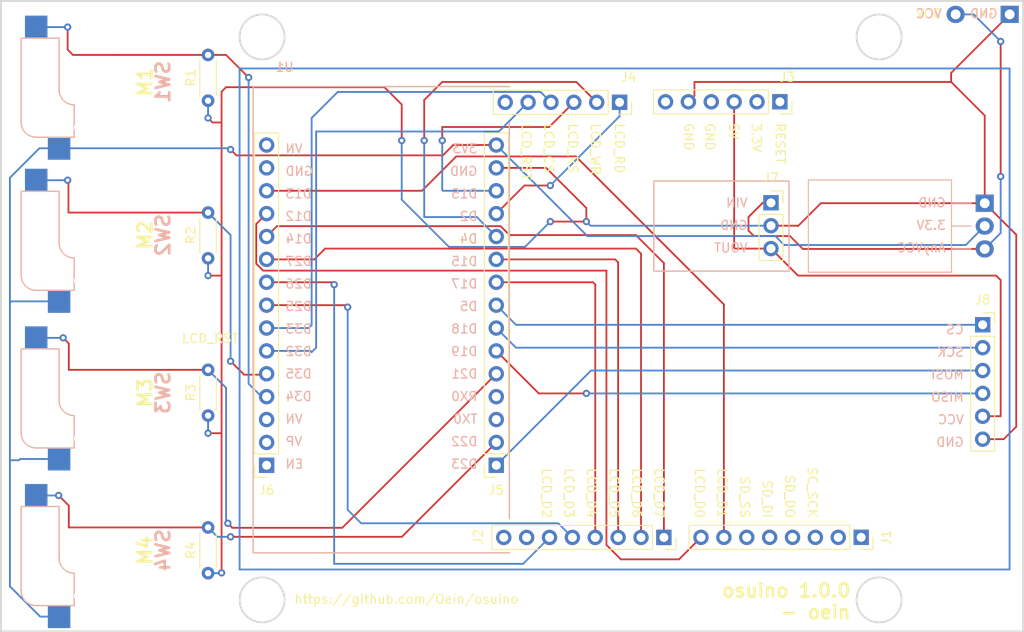
<source format=kicad_pcb>
(kicad_pcb (version 20241229) (generator "pcbnew") (generator_version "9.0")
  (layers (0 "F.Cu" signal) (2 "B.Cu" signal) (13 "F.Paste" user) (15 "B.Paste" user) (5 "F.SilkS" user "F.Silkscreen") (7 "B.SilkS" user "B.Silkscreen") (1 "F.Mask" user) (3 "B.Mask" user) (25 "Edge.Cuts" user))
  (net 0 "")
  (net 1 "Net-(J1-Pin_8)")
  (net 2 "Net-(J1-Pin_7)")
  (net 3 "Net-(J2-Pin_1)")
  (net 5 "Net-(J2-Pin_6)")
  (net 7 "Net-(J2-Pin_2)")
  (net 8 "Net-(J2-Pin_5)")
  (net 14 "Net-(J3-Pin_3)")
  (net 20 "Net-(J4-Pin_4)")
  (net 21 "Net-(J4-Pin_5)")
  (net 22 "Net-(J4-Pin_3)")
  (net 24 "Net-(J4-Pin_2)")
  (net 25 "Net-(J4-Pin_1)")
  (net 27 "Net-(J5-Pin_5)")
  (net 28 "Net-(J5-Pin_2)")
  (net 29 "Net-(J5-Pin_7)")
  (net 30 "Net-(J5-Pin_1)")
  (net 32 "Net-(J5-Pin_15)")
  (net 33 "Net-(J5-Pin_8)")
  (net 34 "Net-(J5-Pin_6)")
  (net 35 "Net-(J6-Pin_4)")
  (net 41 "Net-(J6-Pin_5)")
  (net 42 "VCC")
  (net 43 "Net-(J2-Pin_4)")
  (net 44 "GND")
  (net 45 "Net-(J2-Pin_3)")
  (footprint "Resistor_THT:R_Axial_DIN0204_L3.6mm_D1.6mm_P5.08mm_Horizontal" (layer "F.Cu") (at 113 92.08 90)
    (property "Reference" "R2" (at 2.54 -1.92 90) (layer "F.SilkS"))
    (property "Value" "R")
    (pad "1" thru_hole circle (at 0 0 90) (size 1.4 1.4) (drill 0.7) (layers "*.Cu" "*.Mask") (net 44 "GND"))
    (pad "2" thru_hole oval (at 5.08 0 90) (size 1.4 1.4) (drill 0.7) (layers "*.Cu" "*.Mask") (net 41 "Net-(J6-Pin_5)"))
  )
  (footprint "" (layer "F.Cu") (at 196 65)
    (property "Reference" "" (at 0 0 0) (layer "F.SilkS") (effects (font (size 1.27 1.27))))
    (property "Value" "")
    (pad "3" thru_hole oval (at 0 0 270) (size 1.905 2) (drill 1.1) (layers "*.Cu" "*.Mask") (net 42 "VCC"))
  )
  (footprint "Connector_PinSocket_2.54mm:PinSocket_1x06_P2.54mm_Vertical" (layer "F.Cu") (at 199 99.46)
    (property "Reference" "J8" (at 0 -2.77 0) (layer "F.SilkS"))
    (property "Value" "Conn_01x06_Socket" (hide yes))
    (pad "1" thru_hole rect (at 0 0) (size 1.7 1.7) (drill 1) (layers "*.Cu" "*.Mask") (net 33 "Net-(J5-Pin_8)"))
    (pad "2" thru_hole oval (at 0 2.54) (size 1.7 1.7) (drill 1) (layers "*.Cu" "*.Mask") (net 29 "Net-(J5-Pin_7)"))
    (pad "3" thru_hole oval (at 0 5.08) (size 1.7 1.7) (drill 1) (layers "*.Cu" "*.Mask") (net 30 "Net-(J5-Pin_1)"))
    (pad "4" thru_hole oval (at 0 7.62) (size 1.7 1.7) (drill 1) (layers "*.Cu" "*.Mask") (net 34 "Net-(J5-Pin_6)"))
    (pad "5" thru_hole oval (at 0 10.16) (size 1.7 1.7) (drill 1) (layers "*.Cu" "*.Mask") (net 14 "Net-(J3-Pin_3)"))
    (pad "6" thru_hole oval (at 0 12.7) (size 1.7 1.7) (drill 1) (layers "*.Cu" "*.Mask") (net 44 "GND"))
  )
  (footprint "Connector_PinSocket_2.54mm:PinSocket_1x06_P2.54mm_Vertical" (layer "F.Cu") (at 176.49 74.7 -90)
    (property "Reference" "J3" (at -2.75 -0.82 0) (layer "F.SilkS"))
    (property "Value" "Conn_01x06_Socket" (hide yes))
    (pad "1" thru_hole rect (at 0 0 270) (size 1.7 1.7) (drill 1) (layers "*.Cu" "*.Mask"))
    (pad "2" thru_hole oval (at 0 2.54 270) (size 1.7 1.7) (drill 1) (layers "*.Cu" "*.Mask"))
    (pad "3" thru_hole oval (at 0 5.08 270) (size 1.7 1.7) (drill 1) (layers "*.Cu" "*.Mask") (net 14 "Net-(J3-Pin_3)"))
    (pad "4" thru_hole oval (at 0 7.62 270) (size 1.7 1.7) (drill 1) (layers "*.Cu" "*.Mask"))
    (pad "5" thru_hole oval (at 0 10.16 270) (size 1.7 1.7) (drill 1) (layers "*.Cu" "*.Mask") (net 44 "GND"))
    (pad "6" thru_hole oval (at 0 12.7 270) (size 1.7 1.7) (drill 1) (layers "*.Cu" "*.Mask"))
  )
  (footprint "Connector_PinSocket_2.54mm:PinSocket_1x06_P2.54mm_Vertical" (layer "F.Cu") (at 158.69 74.76 -90)
    (property "Reference" "J4" (at -2.78 -1.01 0) (layer "F.SilkS"))
    (property "Value" "Conn_01x06_Socket" (hide yes))
    (pad "1" thru_hole rect (at 0 0 270) (size 1.7 1.7) (drill 1) (layers "*.Cu" "*.Mask") (net 25 "Net-(J4-Pin_1)"))
    (pad "2" thru_hole oval (at 0 2.54 270) (size 1.7 1.7) (drill 1) (layers "*.Cu" "*.Mask") (net 24 "Net-(J4-Pin_2)"))
    (pad "3" thru_hole oval (at 0 5.08 270) (size 1.7 1.7) (drill 1) (layers "*.Cu" "*.Mask") (net 22 "Net-(J4-Pin_3)"))
    (pad "4" thru_hole oval (at 0 7.62 270) (size 1.7 1.7) (drill 1) (layers "*.Cu" "*.Mask") (net 20 "Net-(J4-Pin_4)"))
    (pad "5" thru_hole oval (at 0 10.16 270) (size 1.7 1.7) (drill 1) (layers "*.Cu" "*.Mask") (net 21 "Net-(J4-Pin_5)"))
    (pad "6" thru_hole oval (at 0 12.7 270) (size 1.7 1.7) (drill 1) (layers "*.Cu" "*.Mask"))
  )
  (footprint "Resistor_THT:R_Axial_DIN0204_L3.6mm_D1.6mm_P5.08mm_Horizontal" (layer "F.Cu") (at 113 109.54 90)
    (property "Reference" "R3" (at 2.54 -1.92 90) (layer "F.SilkS"))
    (property "Value" "R")
    (pad "1" thru_hole circle (at 0 0 90) (size 1.4 1.4) (drill 0.7) (layers "*.Cu" "*.Mask") (net 44 "GND"))
    (pad "2" thru_hole oval (at 5.08 0 90) (size 1.4 1.4) (drill 0.7) (layers "*.Cu" "*.Mask") (net 27 "Net-(J5-Pin_5)"))
  )
  (footprint "Resistor_THT:R_Axial_DIN0204_L3.6mm_D1.6mm_P5.08mm_Horizontal" (layer "F.Cu") (at 113 127.04 90)
    (property "Reference" "R4" (at 2.54 -1.92 90) (layer "F.SilkS"))
    (property "Value" "R")
    (pad "1" thru_hole circle (at 0 0 90) (size 1.4 1.4) (drill 0.7) (layers "*.Cu" "*.Mask") (net 44 "GND"))
    (pad "2" thru_hole oval (at 5.08 0 90) (size 1.4 1.4) (drill 0.7) (layers "*.Cu" "*.Mask") (net 28 "Net-(J5-Pin_2)"))
  )
  (footprint "Connector_PinSocket_2.54mm:PinSocket_1x08_P2.54mm_Vertical" (layer "F.Cu") (at 185.51 123.06 -90)
    (property "Reference" "J1" (at 0 -2.77 90) (layer "F.SilkS"))
    (property "Value" "Conn_01x08_Socket" (hide yes))
    (pad "1" thru_hole rect (at 0 0 270) (size 1.7 1.7) (drill 1) (layers "*.Cu" "*.Mask"))
    (pad "2" thru_hole oval (at 0 2.54 270) (size 1.7 1.7) (drill 1) (layers "*.Cu" "*.Mask"))
    (pad "3" thru_hole oval (at 0 5.08 270) (size 1.7 1.7) (drill 1) (layers "*.Cu" "*.Mask"))
    (pad "4" thru_hole oval (at 0 7.62 270) (size 1.7 1.7) (drill 1) (layers "*.Cu" "*.Mask"))
    (pad "5" thru_hole oval (at 0 10.16 270) (size 1.7 1.7) (drill 1) (layers "*.Cu" "*.Mask"))
    (pad "6" thru_hole oval (at 0 12.7 270) (size 1.7 1.7) (drill 1) (layers "*.Cu" "*.Mask"))
    (pad "7" thru_hole oval (at 0 15.24 270) (size 1.7 1.7) (drill 1) (layers "*.Cu" "*.Mask") (net 2 "Net-(J1-Pin_7)"))
    (pad "8" thru_hole oval (at 0 17.78 270) (size 1.7 1.7) (drill 1) (layers "*.Cu" "*.Mask") (net 1 "Net-(J1-Pin_8)"))
  )
  (footprint "" (layer "F.Cu") (at 202 65)
    (property "Reference" "" (at 0 0 0) (layer "F.SilkS") (effects (font (size 1.27 1.27))))
    (property "Value" "")
    (pad "1" thru_hole rect (at 0 0 270) (size 1.905 2) (drill 1.1) (layers "*.Cu" "*.Mask") (net 44 "GND"))
  )
  (footprint "Connector_PinSocket_2.54mm:PinSocket_1x15_P2.54mm_Vertical" (layer "F.Cu") (at 145 115.06 180)
    (property "Reference" "J5" (at 0 -2.77 0) (layer "F.SilkS"))
    (property "Value" "Conn_01x15_Socket" (hide yes))
    (pad "1" thru_hole rect (at 0 0 180) (size 1.7 1.7) (drill 1) (layers "*.Cu" "*.Mask") (net 30 "Net-(J5-Pin_1)"))
    (pad "2" thru_hole oval (at 0 2.54 180) (size 1.7 1.7) (drill 1) (layers "*.Cu" "*.Mask") (net 28 "Net-(J5-Pin_2)"))
    (pad "3" thru_hole oval (at 0 5.08 180) (size 1.7 1.7) (drill 1) (layers "*.Cu" "*.Mask"))
    (pad "4" thru_hole oval (at 0 7.62 180) (size 1.7 1.7) (drill 1) (layers "*.Cu" "*.Mask"))
    (pad "5" thru_hole oval (at 0 10.16 180) (size 1.7 1.7) (drill 1) (layers "*.Cu" "*.Mask") (net 27 "Net-(J5-Pin_5)"))
    (pad "6" thru_hole oval (at 0 12.7 180) (size 1.7 1.7) (drill 1) (layers "*.Cu" "*.Mask") (net 34 "Net-(J5-Pin_6)"))
    (pad "7" thru_hole oval (at 0 15.24 180) (size 1.7 1.7) (drill 1) (layers "*.Cu" "*.Mask") (net 29 "Net-(J5-Pin_7)"))
    (pad "8" thru_hole oval (at 0 17.78 180) (size 1.7 1.7) (drill 1) (layers "*.Cu" "*.Mask") (net 33 "Net-(J5-Pin_8)"))
    (pad "9" thru_hole oval (at 0 20.32 180) (size 1.7 1.7) (drill 1) (layers "*.Cu" "*.Mask") (net 43 "Net-(J2-Pin_4)"))
    (pad "10" thru_hole oval (at 0 22.86 180) (size 1.7 1.7) (drill 1) (layers "*.Cu" "*.Mask") (net 45 "Net-(J2-Pin_3)"))
    (pad "11" thru_hole oval (at 0 25.4 180) (size 1.7 1.7) (drill 1) (layers "*.Cu" "*.Mask") (net 24 "Net-(J4-Pin_2)"))
    (pad "12" thru_hole oval (at 0 27.94 180) (size 1.7 1.7) (drill 1) (layers "*.Cu" "*.Mask") (net 25 "Net-(J4-Pin_1)"))
    (pad "13" thru_hole oval (at 0 30.48 180) (size 1.7 1.7) (drill 1) (layers "*.Cu" "*.Mask") (net 22 "Net-(J4-Pin_3)"))
    (pad "14" thru_hole oval (at 0 33.02 180) (size 1.7 1.7) (drill 1) (layers "*.Cu" "*.Mask") (net 44 "GND"))
    (pad "15" thru_hole oval (at 0 35.56 180) (size 1.7 1.7) (drill 1) (layers "*.Cu" "*.Mask") (net 32 "Net-(J5-Pin_15)"))
  )
  (footprint "Resistor_THT:R_Axial_DIN0204_L3.6mm_D1.6mm_P5.08mm_Horizontal" (layer "F.Cu") (at 113 74.58 90)
    (property "Reference" "R1" (at 2.54 -1.92 90) (layer "F.SilkS"))
    (property "Value" "R")
    (pad "1" thru_hole circle (at 0 0 90) (size 1.4 1.4) (drill 0.7) (layers "*.Cu" "*.Mask") (net 44 "GND"))
    (pad "2" thru_hole oval (at 5.08 0 90) (size 1.4 1.4) (drill 0.7) (layers "*.Cu" "*.Mask") (net 35 "Net-(J6-Pin_4)"))
  )
  (footprint "Connector_PinSocket_2.54mm:PinSocket_1x03_P2.54mm_Vertical" (layer "F.Cu") (at 175.5 85.92)
    (property "Reference" "J7" (at 0 -2.77 0) (layer "F.SilkS"))
    (property "Value" "Conn_01x03_Socket" (hide yes))
    (pad "1" thru_hole rect (at 0 0) (size 1.7 1.7) (drill 1) (layers "*.Cu" "*.Mask") (net 42 "VCC"))
    (pad "2" thru_hole oval (at 0 2.54) (size 1.7 1.7) (drill 1) (layers "*.Cu" "*.Mask") (net 44 "GND"))
    (pad "3" thru_hole oval (at 0 5.08) (size 1.7 1.7) (drill 1) (layers "*.Cu" "*.Mask") (net 14 "Net-(J3-Pin_3)"))
  )
  (footprint "Connector_PinSocket_2.54mm:PinSocket_1x15_P2.54mm_Vertical" (layer "F.Cu") (at 119.5 115.06 180)
    (property "Reference" "J6" (at 0 -2.77 0) (layer "F.SilkS"))
    (property "Value" "Conn_01x15_Socket" (hide yes))
    (pad "1" thru_hole rect (at 0 0 180) (size 1.7 1.7) (drill 1) (layers "*.Cu" "*.Mask"))
    (pad "2" thru_hole oval (at 0 2.54 180) (size 1.7 1.7) (drill 1) (layers "*.Cu" "*.Mask"))
    (pad "3" thru_hole oval (at 0 5.08 180) (size 1.7 1.7) (drill 1) (layers "*.Cu" "*.Mask"))
    (pad "4" thru_hole oval (at 0 7.62 180) (size 1.7 1.7) (drill 1) (layers "*.Cu" "*.Mask") (net 35 "Net-(J6-Pin_4)"))
    (pad "5" thru_hole oval (at 0 10.16 180) (size 1.7 1.7) (drill 1) (layers "*.Cu" "*.Mask") (net 41 "Net-(J6-Pin_5)"))
    (pad "6" thru_hole oval (at 0 12.7 180) (size 1.7 1.7) (drill 1) (layers "*.Cu" "*.Mask") (net 21 "Net-(J4-Pin_5)"))
    (pad "7" thru_hole oval (at 0 15.24 180) (size 1.7 1.7) (drill 1) (layers "*.Cu" "*.Mask") (net 20 "Net-(J4-Pin_4)"))
    (pad "8" thru_hole oval (at 0 17.78 180) (size 1.7 1.7) (drill 1) (layers "*.Cu" "*.Mask") (net 8 "Net-(J2-Pin_5)"))
    (pad "9" thru_hole oval (at 0 20.32 180) (size 1.7 1.7) (drill 1) (layers "*.Cu" "*.Mask") (net 5 "Net-(J2-Pin_6)"))
    (pad "10" thru_hole oval (at 0 22.86 180) (size 1.7 1.7) (drill 1) (layers "*.Cu" "*.Mask") (net 7 "Net-(J2-Pin_2)"))
    (pad "11" thru_hole oval (at 0 25.4 180) (size 1.7 1.7) (drill 1) (layers "*.Cu" "*.Mask") (net 3 "Net-(J2-Pin_1)"))
    (pad "12" thru_hole oval (at 0 27.94 180) (size 1.7 1.7) (drill 1) (layers "*.Cu" "*.Mask") (net 1 "Net-(J1-Pin_8)"))
    (pad "13" thru_hole oval (at 0 30.48 180) (size 1.7 1.7) (drill 1) (layers "*.Cu" "*.Mask") (net 2 "Net-(J1-Pin_7)"))
    (pad "14" thru_hole oval (at 0 33.02 180) (size 1.7 1.7) (drill 1) (layers "*.Cu" "*.Mask"))
    (pad "15" thru_hole oval (at 0 35.56 180) (size 1.7 1.7) (drill 1) (layers "*.Cu" "*.Mask"))
  )
  (footprint "Connector_PinSocket_2.54mm:PinSocket_1x08_P2.54mm_Vertical" (layer "F.Cu") (at 163.61 123.07 -90)
    (property "Reference" "J2" (at -0.07 20.61 90) (layer "F.SilkS"))
    (property "Value" "Conn_01x08_Socket" (hide yes))
    (pad "1" thru_hole rect (at 0 0 270) (size 1.7 1.7) (drill 1) (layers "*.Cu" "*.Mask") (net 3 "Net-(J2-Pin_1)"))
    (pad "2" thru_hole oval (at 0 2.54 270) (size 1.7 1.7) (drill 1) (layers "*.Cu" "*.Mask") (net 7 "Net-(J2-Pin_2)"))
    (pad "3" thru_hole oval (at 0 5.08 270) (size 1.7 1.7) (drill 1) (layers "*.Cu" "*.Mask") (net 45 "Net-(J2-Pin_3)"))
    (pad "4" thru_hole oval (at 0 7.62 270) (size 1.7 1.7) (drill 1) (layers "*.Cu" "*.Mask") (net 43 "Net-(J2-Pin_4)"))
    (pad "5" thru_hole oval (at 0 10.16 270) (size 1.7 1.7) (drill 1) (layers "*.Cu" "*.Mask") (net 8 "Net-(J2-Pin_5)"))
    (pad "6" thru_hole oval (at 0 12.7 270) (size 1.7 1.7) (drill 1) (layers "*.Cu" "*.Mask") (net 5 "Net-(J2-Pin_6)"))
    (pad "7" thru_hole oval (at 0 15.24 270) (size 1.7 1.7) (drill 1) (layers "*.Cu" "*.Mask"))
    (pad "8" thru_hole oval (at 0 17.78 270) (size 1.7 1.7) (drill 1) (layers "*.Cu" "*.Mask"))
  )
  (footprint "Package_TO_SOT_THT:TO-220-3_Horizontal_TabDown" (layer "B.Cu") (at 199.23 85.96 -90)
    (property "Reference" "U1" (at -15.11 77.73 180) (layer "B.SilkS") (effects (justify mirror)))
    (property "Value" "LM1117T-3.3(DIP)" (hide yes))
    (pad "" np_thru_hole circle (at 2.54 16.66 270) (size 3.5 3.5) (drill 3.5) (layers "*.Cu" "*.Mask"))
    (pad "1" thru_hole rect (at 0 0 270) (size 1.905 2) (drill 1.1) (layers "*.Cu" "*.Mask") (net 44 "GND"))
    (pad "2" thru_hole oval (at 2.54 0 270) (size 1.905 2) (drill 1.1) (layers "*.Cu" "*.Mask") (net 32 "Net-(J5-Pin_15)"))
    (pad "3" thru_hole oval (at 5.08 0 270) (size 1.905 2) (drill 1.1) (layers "*.Cu" "*.Mask") (net 42 "VCC"))
  )
  (footprint "Kahil:Kailh_MX_Socket" (layer "B.Cu") (at 99 89.5 -90)
    (property "Reference" "SW2" (at 0 -9 90) (layer "B.SilkS") (effects (font (size 1.524 1.524) (thickness 0.3048)) (justify mirror)))
    (property "Value" "M2" (at 0 -7 90) (layer "F.SilkS") (effects (font (size 1.524 1.524) (thickness 0.3048))))
    (pad "" np_thru_hole circle (at -5.08 0 270) (size 1.7 1.7) (drill 1.7) (layers "*.Cu" "*.Mask"))
    (pad "" np_thru_hole circle (at -2.54 5.08 270) (size 2.95 2.95) (drill 2.95) (layers "*.Cu" "*.Mask"))
    (pad "" np_thru_hole circle (at 0 0 270) (size 3.98018 3.98018) (drill 3.98018) (layers "*.Cu" "*.Mask"))
    (pad "" np_thru_hole circle (at 3.81 2.54 270) (size 2.95 2.95) (drill 2.95) (layers "*.Cu" "*.Mask"))
    (pad "" np_thru_hole circle (at 5.08 0 270) (size 1.7 1.7) (drill 1.7) (layers "*.Cu" "*.Mask"))
    (pad "1" smd rect (at 7.36 2.54 270) (size 2.55 2.5) (layers "B.Cu" "B.Mask" "B.Paste") (net 42 "VCC"))
    (pad "2" smd rect (at -6.09 5.08 270) (size 2.55 2.5) (layers "B.Cu" "B.Mask" "B.Paste") (net 41 "Net-(J6-Pin_5)"))
  )
  (footprint "Kahil:Kailh_MX_Socket" (layer "B.Cu") (at 99 72.5 -90)
    (property "Reference" "SW1" (at 0 -9 90) (layer "B.SilkS") (effects (font (size 1.524 1.524) (thickness 0.3048)) (justify mirror)))
    (property "Value" "M1" (at 0 -7 90) (layer "F.SilkS") (effects (font (size 1.524 1.524) (thickness 0.3048))))
    (pad "" np_thru_hole circle (at -5.08 0 270) (size 1.7 1.7) (drill 1.7) (layers "*.Cu" "*.Mask"))
    (pad "" np_thru_hole circle (at -2.54 5.08 270) (size 2.95 2.95) (drill 2.95) (layers "*.Cu" "*.Mask"))
    (pad "" np_thru_hole circle (at 0 0 270) (size 3.98018 3.98018) (drill 3.98018) (layers "*.Cu" "*.Mask"))
    (pad "" np_thru_hole circle (at 3.81 2.54 270) (size 2.95 2.95) (drill 2.95) (layers "*.Cu" "*.Mask"))
    (pad "" np_thru_hole circle (at 5.08 0 270) (size 1.7 1.7) (drill 1.7) (layers "*.Cu" "*.Mask"))
    (pad "1" smd rect (at 7.36 2.54 270) (size 2.55 2.5) (layers "B.Cu" "B.Mask" "B.Paste") (net 42 "VCC"))
    (pad "2" smd rect (at -6.09 5.08 270) (size 2.55 2.5) (layers "B.Cu" "B.Mask" "B.Paste") (net 35 "Net-(J6-Pin_4)"))
  )
  (footprint "Kahil:Kailh_MX_Socket" (layer "B.Cu") (at 99 107 -90)
    (property "Reference" "SW3" (at 0 -9 90) (layer "B.SilkS") (effects (font (size 1.524 1.524) (thickness 0.3048)) (justify mirror)))
    (property "Value" "M3" (at 0 -7 90) (layer "F.SilkS") (effects (font (size 1.524 1.524) (thickness 0.3048))))
    (pad "" np_thru_hole circle (at -5.08 0 270) (size 1.7 1.7) (drill 1.7) (layers "*.Cu" "*.Mask"))
    (pad "" np_thru_hole circle (at -2.54 5.08 270) (size 2.95 2.95) (drill 2.95) (layers "*.Cu" "*.Mask"))
    (pad "" np_thru_hole circle (at 0 0 270) (size 3.98018 3.98018) (drill 3.98018) (layers "*.Cu" "*.Mask"))
    (pad "" np_thru_hole circle (at 3.81 2.54 270) (size 2.95 2.95) (drill 2.95) (layers "*.Cu" "*.Mask"))
    (pad "" np_thru_hole circle (at 5.08 0 270) (size 1.7 1.7) (drill 1.7) (layers "*.Cu" "*.Mask"))
    (pad "1" smd rect (at 7.36 2.54 270) (size 2.55 2.5) (layers "B.Cu" "B.Mask" "B.Paste") (net 42 "VCC"))
    (pad "2" smd rect (at -6.09 5.08 270) (size 2.55 2.5) (layers "B.Cu" "B.Mask" "B.Paste") (net 27 "Net-(J5-Pin_5)"))
  )
  (footprint "Kahil:Kailh_MX_Socket" (layer "B.Cu") (at 99 124.5 -90)
    (property "Reference" "SW4" (at 0 -9 90) (layer "B.SilkS") (effects (font (size 1.524 1.524) (thickness 0.3048)) (justify mirror)))
    (property "Value" "M4" (at 0 -7 90) (layer "F.SilkS") (effects (font (size 1.524 1.524) (thickness 0.3048))))
    (pad "" np_thru_hole circle (at -5.08 0 270) (size 1.7 1.7) (drill 1.7) (layers "*.Cu" "*.Mask"))
    (pad "" np_thru_hole circle (at -2.54 5.08 270) (size 2.95 2.95) (drill 2.95) (layers "*.Cu" "*.Mask"))
    (pad "" np_thru_hole circle (at 0 0 270) (size 3.98018 3.98018) (drill 3.98018) (layers "*.Cu" "*.Mask"))
    (pad "" np_thru_hole circle (at 3.81 2.54 270) (size 2.95 2.95) (drill 2.95) (layers "*.Cu" "*.Mask"))
    (pad "" np_thru_hole circle (at 5.08 0 270) (size 1.7 1.7) (drill 1.7) (layers "*.Cu" "*.Mask"))
    (pad "1" smd rect (at 7.36 2.54 270) (size 2.55 2.5) (layers "B.Cu" "B.Mask" "B.Paste") (net 42 "VCC"))
    (pad "2" smd rect (at -6.09 5.08 270) (size 2.55 2.5) (layers "B.Cu" "B.Mask" "B.Paste") (net 28 "Net-(J5-Pin_2)"))
  )
  (gr_rect (start 116.5 71) (end 201.99 126.63) (stroke (width 0.2)) (fill no) (layer "B.Cu") (net 32))
  (gr_rect (start 162.5 83.5) (end 177.5 93.5) (stroke (width 0.15)) (fill no) (layer "B.SilkS"))
  (gr_line (start 118 73.01) (end 146.45 73.01) (stroke (width 0.15)) (layer "B.SilkS"))
  (gr_line (start 146.45 124.78) (end 118 124.78) (stroke (width 0.15)) (layer "B.SilkS"))
  (gr_line (start 118 124.78) (end 118 73.01) (stroke (width 0.15)) (layer "B.SilkS"))
  (gr_line (start 146.45 77) (end 146.45 121) (stroke (width 0.15)) (layer "B.SilkS"))
  (gr_circle (center 119 67.5) (end 121.5 67.5) (stroke (width 0.2)) (fill no) (layer "Edge.Cuts"))
  (gr_rect (start 90 63.5) (end 203.5 133.5) (stroke (width 0.2)) (fill no) (layer "Edge.Cuts"))
  (gr_circle (center 187.5 67.5) (end 190 67.5) (stroke (width 0.2)) (fill no) (layer "Edge.Cuts"))
  (gr_circle (center 119 130) (end 121.5 130) (stroke (width 0.2)) (fill no) (layer "Edge.Cuts"))
  (gr_circle (center 187.5 130) (end 190 130) (stroke (width 0.2)) (fill no) (layer "Edge.Cuts"))
  (gr_text "5V" (at 170.78 76.97 270) (layer "F.SilkS") (effects (font (size 1 1)) (justify left bottom)))
  (gr_text "GND" (at 197.5 65.5 0) (layer "F.SilkS") (effects (font (size 1 1)) (justify left bottom)))
  (gr_text "SC_SCK" (at 179.5 121 270) (layer "F.SilkS") (effects (font (size 1 1)) (justify right bottom)))
  (gr_text "SD_SS" (at 172 121 270) (layer "F.SilkS") (effects (font (size 1 1)) (justify right bottom)))
  (gr_text "LCD_RST" (at 147.75 77 270) (layer "F.SilkS") (effects (font (size 1 1)) (justify left bottom)))
  (gr_text "GND" (at 168.13 76.97 270) (layer "F.SilkS") (effects (font (size 1 1)) (justify left bottom)))
  (gr_text "LCD_D5" (at 157.5 121 270) (layer "F.SilkS") (effects (font (size 1 1)) (justify right bottom)))
  (gr_text "LCD_D2" (at 150 121 270) (layer "F.SilkS") (effects (font (size 1 1)) (justify right bottom)))
  (gr_text "https://github.com/Oein/osuino" (at 122.5 130.5 0) (layer "F.SilkS") (effects (font (size 1 1)) (justify left bottom)))
  (gr_text "LCD_D1" (at 169.5 121 270) (layer "F.SilkS") (effects (font (size 1 1)) (justify right bottom)))
  (gr_text "LCD_RST" (at 110 101.56 0) (layer "F.SilkS") (effects (font (size 1 1)) (justify left bottom)))
  (gr_text "GND" (at 165.8 76.97 270) (layer "F.SilkS") (effects (font (size 1 1)) (justify left bottom)))
  (gr_text "VCC" (at 191.5 65.5 0) (layer "F.SilkS") (effects (font (size 1 1)) (justify left bottom)))
  (gr_text "LCD_D6" (at 160 121 270) (layer "F.SilkS") (effects (font (size 1 1)) (justify right bottom)))
  (gr_text "LCD_D0" (at 167 121 270) (layer "F.SilkS") (effects (font (size 1 1)) (justify right bottom)))
  (gr_text "LCD_D4" (at 155 121 270) (layer "F.SilkS") (effects (font (size 1 1)) (justify right bottom)))
  (gr_text "LCD_WR" (at 155.44 77 270) (layer "F.SilkS") (effects (font (size 1 1)) (justify left bottom)))
  (gr_text "osuino 1.0.0\n- oein" (at 184.5 132.25 0) (layer "F.SilkS") (effects (font (size 1.5 1.5) (thickness 0.3) (bold yes)) (justify right bottom)))
  (gr_text "LCD_RD" (at 158.09 77 270) (layer "F.SilkS") (effects (font (size 1 1)) (justify left bottom)))
  (gr_text "RESET" (at 175.95 76.97 270) (layer "F.SilkS") (effects (font (size 1 1)) (justify left bottom)))
  (gr_text "LCD_D3" (at 152.5 121 270) (layer "F.SilkS") (effects (font (size 1 1)) (justify right bottom)))
  (gr_text "LCD_RS" (at 152.92 77 270) (layer "F.SilkS") (effects (font (size 1 1)) (justify left bottom)))
  (gr_text "SD_DO" (at 177 121 270) (layer "F.SilkS") (effects (font (size 1 1)) (justify right bottom)))
  (gr_text "LCD_CS" (at 150.27 77 270) (layer "F.SilkS") (effects (font (size 1 1)) (justify left bottom)))
  (gr_text "SD_DI" (at 174.5 121 270) (layer "F.SilkS") (effects (font (size 1 1)) (justify right bottom)))
  (gr_text "3.3V" (at 173.3 76.97 270) (layer "F.SilkS") (effects (font (size 1 1)) (justify left bottom)))
  (gr_text "LCD_D7" (at 162.5 121 270) (layer "F.SilkS") (effects (font (size 1 1)) (justify right bottom)))
  (gr_text "D14" (at 121.5 90.5 0) (layer "B.SilkS") (effects (font (size 1 1)) (justify right bottom mirror)))
  (gr_text "GND" (at 197 113.08 0) (layer "B.SilkS") (effects (font (size 1 1)) (justify left bottom mirror)))
  (gr_text "D35" (at 121.5 105.5 0) (layer "B.SilkS") (effects (font (size 1 1)) (justify right bottom mirror)))
  (gr_text "SCK" (at 197 103.08 0) (layer "B.SilkS") (effects (font (size 1 1)) (justify left bottom mirror)))
  (gr_text "D27" (at 121.5 93 0) (layer "B.SilkS") (effects (font (size 1 1)) (justify right bottom mirror)))
  (gr_text "D34" (at 121.5 108 0) (layer "B.SilkS") (effects (font (size 1 1)) (justify right bottom mirror)))
  (gr_text "D12" (at 121.5 88 0) (layer "B.SilkS") (effects (font (size 1 1)) (justify right bottom mirror)))
  (gr_text "VOUT" (at 173 91.5 0) (layer "B.SilkS") (effects (font (size 1 1)) (justify left bottom mirror)))
  (gr_text "D18" (at 143 100.5 0) (layer "B.SilkS") (effects (font (size 1 1)) (justify left bottom mirror)))
  (gr_text "D26" (at 121.5 95.5 0) (layer "B.SilkS") (effects (font (size 1 1)) (justify right bottom mirror)))
  (gr_text "AnyVCC" (at 195 91.5 0) (layer "B.SilkS") (effects (font (size 1 1)) (justify left bottom mirror)))
  (gr_text "D33" (at 121.5 100.5 0) (layer "B.SilkS") (effects (font (size 1 1)) (justify right bottom mirror)))
  (gr_text "VCC" (at 197 110.58 0) (layer "B.SilkS") (effects (font (size 1 1)) (justify left bottom mirror)))
  (gr_text "MISO" (at 197 108.08 0) (layer "B.SilkS") (effects (font (size 1 1)) (justify left bottom mirror)))
  (gr_text "VN" (at 121.5 80.5 0) (layer "B.SilkS") (effects (font (size 1 1)) (justify right bottom mirror)))
  (gr_text "D17" (at 143 95.5 0) (layer "B.SilkS") (effects (font (size 1 1)) (justify left bottom mirror)))
  (gr_text "D15" (at 143 85.5 0) (layer "B.SilkS") (effects (font (size 1 1)) (justify left bottom mirror)))
  (gr_text "TX0" (at 143 110.5 0) (layer "B.SilkS") (effects (font (size 1 1)) (justify left bottom mirror)))
  (gr_text "GND" (at 121.5 83 0) (layer "B.SilkS") (effects (font (size 1 1)) (justify right bottom mirror)))
  (gr_text "GND" (at 143 83 0) (layer "B.SilkS") (effects (font (size 1 1)) (justify left bottom mirror)))
  (gr_text "GND" (at 197.5 65.5 0) (layer "B.SilkS") (effects (font (size 1 1)) (justify right bottom mirror)))
  (gr_text "RX0" (at 143 108 0) (layer "B.SilkS") (effects (font (size 1 1)) (justify left bottom mirror)))
  (gr_text "D19" (at 143 103 0) (layer "B.SilkS") (effects (font (size 1 1)) (justify left bottom mirror)))
  (gr_text "VN" (at 121.5 110.5 0) (layer "B.SilkS") (effects (font (size 1 1)) (justify right bottom mirror)))
  (gr_text "D15" (at 143 93 0) (layer "B.SilkS") (effects (font (size 1 1)) (justify left bottom mirror)))
  (gr_text "D32" (at 121.5 103 0) (layer "B.SilkS") (effects (font (size 1 1)) (justify right bottom mirror)))
  (gr_text "D5" (at 143 98 0) (layer "B.SilkS") (effects (font (size 1 1)) (justify left bottom mirror)))
  (gr_text "D23" (at 143 115.5 0) (layer "B.SilkS") (effects (font (size 1 1)) (justify left bottom mirror)))
  (gr_text "EN" (at 121.5 115.5 0) (layer "B.SilkS") (effects (font (size 1 1)) (justify right bottom mirror)))
  (gr_text "CS" (at 197 100.58 0) (layer "B.SilkS") (effects (font (size 1 1)) (justify left bottom mirror)))
  (gr_text "GND" (at 173 89 0) (layer "B.SilkS") (effects (font (size 1 1)) (justify left bottom mirror)))
  (gr_text "D22" (at 143 113 0) (layer "B.SilkS") (effects (font (size 1 1)) (justify left bottom mirror)))
  (gr_text "VIN" (at 173 86.5 0) (layer "B.SilkS") (effects (font (size 1 1)) (justify left bottom mirror)))
  (gr_text "D13" (at 121.5 85.5 0) (layer "B.SilkS") (effects (font (size 1 1)) (justify right bottom mirror)))
  (gr_text "D25" (at 121.5 98 0) (layer "B.SilkS") (effects (font (size 1 1)) (justify right bottom mirror)))
  (gr_text "D4" (at 143 90.5 0) (layer "B.SilkS") (effects (font (size 1 1)) (justify left bottom mirror)))
  (gr_text "3.3V" (at 195 89 0) (layer "B.SilkS") (effects (font (size 1 1)) (justify left bottom mirror)))
  (gr_text "D2" (at 143 88 0) (layer "B.SilkS") (effects (font (size 1 1)) (justify left bottom mirror)))
  (gr_text "VCC" (at 191.5 65.5 0) (layer "B.SilkS") (effects (font (size 1 1)) (justify right bottom mirror)))
  (gr_text "GND" (at 195 86.5 0) (layer "B.SilkS") (effects (font (size 1 1)) (justify left bottom mirror)))
  (gr_text "D21" (at 143 105.5 0) (layer "B.SilkS") (effects (font (size 1 1)) (justify left bottom mirror)))
  (gr_text "3V3" (at 143 80.5 0) (layer "B.SilkS") (effects (font (size 1 1)) (justify left bottom mirror)))
  (gr_text "MOSI" (at 197 105.58 0) (layer "B.SilkS") (effects (font (size 1 1)) (justify left bottom mirror)))
  (gr_text "VP" (at 121.5 113 0) (layer "B.SilkS") (effects (font (size 1 1)) (justify right bottom mirror)))
  (segment (start 118.349 92.67676) (end 118.349 88.271) (width 0.2) (layer "F.Cu") (net 1))
  (segment (start 158.83 125.5) (end 157.23 123.9) (width 0.2) (layer "F.Cu") (net 1))
  (segment (start 119.11834 93.4461) (end 118.349 92.67676) (width 0.2) (layer "F.Cu") (net 1))
  (segment (start 157.23 93.4461) (end 119.11834 93.4461) (width 0.2) (layer "F.Cu") (net 1))
  (segment (start 167.73 123.06) (end 165.29 125.5) (width 0.2) (layer "F.Cu") (net 1))
  (segment (start 118.349 88.271) (end 119.5 87.12) (width 0.2) (layer "F.Cu") (net 1))
  (segment (start 157.23 123.9) (end 157.23 93.4461) (width 0.2) (layer "F.Cu") (net 1))
  (segment (start 165.29 125.5) (end 158.83 125.5) (width 0.2) (layer "F.Cu") (net 1))
  (segment (start 170.27 123.06) (end 170.27 97.2029) (width 0.2) (layer "F.Cu") (net 2))
  (segment (start 140.56 80.77) (end 136.75 84.58) (width 0.2) (layer "F.Cu") (net 2))
  (segment (start 153.8371 80.77) (end 140.56 80.77) (width 0.2) (layer "F.Cu") (net 2))
  (segment (start 170.27 97.2029) (end 153.8371 80.77) (width 0.2) (layer "F.Cu") (net 2))
  (segment (start 136.75 84.58) (end 119.5 84.58) (width 0.2) (layer "F.Cu") (net 2))
  (segment (start 120.651 88.509) (end 119.5 89.66) (width 0.2) (layer "F.Cu") (net 3))
  (segment (start 163.61 123.07) (end 163.61 92.61) (width 0.2) (layer "F.Cu") (net 3))
  (segment (start 146.46776 89.5) (end 145.47676 88.509) (width 0.2) (layer "F.Cu") (net 3))
  (segment (start 160.5 89.5) (end 146.46776 89.5) (width 0.2) (layer "F.Cu") (net 3))
  (segment (start 163.61 92.61) (end 160.5 89.5) (width 0.2) (layer "F.Cu") (net 3))
  (segment (start 145.47676 88.509) (end 120.651 88.509) (width 0.2) (layer "F.Cu") (net 3))
  (segment (start 126.74 94.74) (end 119.5 94.74) (width 0.2) (layer "F.Cu") (net 5))
  (segment (start 127 95) (end 126.74 94.74) (width 0.2) (layer "F.Cu") (net 5))
  (via (at 127 95) (size 0.8) (drill 0.4) (layers "F.Cu" "B.Cu") (net 5))
  (segment (start 147.98 126) (end 127 126) (width 0.2) (layer "B.Cu") (net 5))
  (segment (start 150.91 123.07) (end 147.98 126) (width 0.2) (layer "B.Cu") (net 5))
  (segment (start 127 126) (end 127 95) (width 0.2) (layer "B.Cu") (net 5))
  (segment (start 160.5 91) (end 161.07 91.57) (width 0.2) (layer "F.Cu") (net 7))
  (segment (start 126 91) (end 160.5 91) (width 0.2) (layer "F.Cu") (net 7))
  (segment (start 119.5 92.2) (end 124.8 92.2) (width 0.2) (layer "F.Cu") (net 7))
  (segment (start 161.07 91.57) (end 161.07 123.07) (width 0.2) (layer "F.Cu") (net 7))
  (segment (start 124.8 92.2) (end 126 91) (width 0.2) (layer "F.Cu") (net 7))
  (segment (start 128.5 97.5) (end 128.28 97.28) (width 0.2) (layer "F.Cu") (net 8))
  (segment (start 128.28 97.28) (end 119.5 97.28) (width 0.2) (layer "F.Cu") (net 8))
  (via (at 128.5 97.5) (size 0.8) (drill 0.4) (layers "F.Cu" "B.Cu") (net 8))
  (segment (start 153.45 123.07) (end 151.88 121.5) (width 0.2) (layer "B.Cu") (net 8))
  (segment (start 131.5 121.5) (end 130 121.5) (width 0.2) (layer "B.Cu") (net 8))
  (segment (start 130 121.5) (end 128.5 120) (width 0.2) (layer "B.Cu") (net 8))
  (segment (start 151.88 121.5) (end 131.5 121.5) (width 0.2) (layer "B.Cu") (net 8))
  (segment (start 128.5 120) (end 128.5 97.5) (width 0.2) (layer "B.Cu") (net 8))
  (segment (start 201 109.61) (end 199.01 109.61) (width 0.2) (layer "F.Cu") (net 14))
  (segment (start 171.5 91) (end 171.41 90.91) (width 0.2) (layer "F.Cu") (net 14))
  (segment (start 199.01 109.61) (end 199 109.62) (width 0.2) (layer "F.Cu") (net 14))
  (segment (start 200.5 94) (end 201 94.5) (width 0.2) (layer "F.Cu") (net 14))
  (segment (start 175.5 91) (end 178.5 94) (width 0.2) (layer "F.Cu") (net 14))
  (segment (start 175.5 91) (end 171.5 91) (width 0.2) (layer "F.Cu") (net 14))
  (segment (start 171.41 90.91) (end 171.41 74.7) (width 0.2) (layer "F.Cu") (net 14))
  (segment (start 201 94.5) (end 201 109.61) (width 0.2) (layer "F.Cu") (net 14))
  (segment (start 178.5 94) (end 200.5 94) (width 0.2) (layer "F.Cu") (net 14))
  (segment (start 127.391 73.609) (end 124.5 76.5) (width 0.2) (layer "B.Cu") (net 20))
  (segment (start 124.5 76.5) (end 124.5 99.5) (width 0.2) (layer "B.Cu") (net 20))
  (segment (start 124.18 99.82) (end 119.5 99.82) (width 0.2) (layer "B.Cu") (net 20))
  (segment (start 149.919 73.609) (end 127.391 73.609) (width 0.2) (layer "B.Cu") (net 20))
  (segment (start 124.5 99.5) (end 124.18 99.82) (width 0.2) (layer "B.Cu") (net 20))
  (segment (start 151.07 74.76) (end 149.919 73.609) (width 0.2) (layer "B.Cu") (net 20))
  (segment (start 124.36 102.36) (end 119.5 102.36) (width 0.2) (layer "B.Cu") (net 21))
  (segment (start 125 102) (end 124.5 102.5) (width 0.2) (layer "B.Cu") (net 21))
  (segment (start 148.53 74.76) (end 145.29 78) (width 0.2) (layer "B.Cu") (net 21))
  (segment (start 145.29 78) (end 125 78) (width 0.2) (layer "B.Cu") (net 21))
  (segment (start 124.5 102.5) (end 124.36 102.36) (width 0.2) (layer "B.Cu") (net 21))
  (segment (start 125 78) (end 125 102) (width 0.2) (layer "B.Cu") (net 21))
  (segment (start 150.87 77.5) (end 139 77.5) (width 0.2) (layer "F.Cu") (net 22))
  (segment (start 139 77.5) (end 139 79) (width 0.2) (layer "F.Cu") (net 22))
  (segment (start 153.61 74.76) (end 150.87 77.5) (width 0.2) (layer "F.Cu") (net 22))
  (via (at 139 79) (size 0.8) (drill 0.4) (layers "F.Cu" "B.Cu") (net 22))
  (segment (start 139 79) (end 139 84.5) (width 0.2) (layer "B.Cu") (net 22))
  (segment (start 139.08 84.58) (end 145 84.58) (width 0.2) (layer "B.Cu") (net 22))
  (segment (start 139 84.5) (end 139.08 84.58) (width 0.2) (layer "B.Cu") (net 22))
  (segment (start 139 72.5) (end 137 74.5) (width 0.2) (layer "F.Cu") (net 24))
  (segment (start 156.15 74.76) (end 153.89 72.5) (width 0.2) (layer "F.Cu") (net 24))
  (segment (start 153.89 72.5) (end 139 72.5) (width 0.2) (layer "F.Cu") (net 24))
  (segment (start 137 74.5) (end 137 79) (width 0.2) (layer "F.Cu") (net 24))
  (via (at 137 79) (size 0.8) (drill 0.4) (layers "F.Cu" "B.Cu") (net 24))
  (segment (start 137 79) (end 137 87.5) (width 0.2) (layer "B.Cu") (net 24))
  (segment (start 142.84 87.5) (end 145 89.66) (width 0.2) (layer "B.Cu") (net 24))
  (segment (start 137 87.5) (end 142.84 87.5) (width 0.2) (layer "B.Cu") (net 24))
  (segment (start 148.12 84) (end 145 87.12) (width 0.2) (layer "F.Cu") (net 25))
  (segment (start 151 84) (end 148.12 84) (width 0.2) (layer "F.Cu") (net 25))
  (via (at 151 84) (size 0.8) (drill 0.4) (layers "F.Cu" "B.Cu") (net 25))
  (segment (start 158.69 76.31) (end 151 84) (width 0.2) (layer "B.Cu") (net 25))
  (segment (start 158.69 74.76) (end 158.69 76.31) (width 0.2) (layer "B.Cu") (net 25))
  (segment (start 115.2 121.5) (end 115.7 122) (width 0.2) (layer "F.Cu") (net 27))
  (segment (start 113 104.46) (end 97.54 104.46) (width 0.2) (layer "F.Cu") (net 27))
  (segment (start 115.7 122) (end 127.9 122) (width 0.2) (layer "F.Cu") (net 27))
  (segment (start 97.54 101.54) (end 97.54 104.46) (width 0.2) (layer "F.Cu") (net 27))
  (segment (start 96.91 100.91) (end 97.54 101.54) (width 0.2) (layer "F.Cu") (net 27))
  (segment (start 127.9 122) (end 145 104.9) (width 0.2) (layer "F.Cu") (net 27))
  (via (at 115.2 121.5) (size 0.8) (drill 0.4) (layers "F.Cu" "B.Cu") (net 27))
  (via (at 96.91 100.91) (size 0.8) (drill 0.4) (layers "F.Cu" "B.Cu") (net 27))
  (segment (start 115 106.46) (end 113 104.46) (width 0.2) (layer "B.Cu") (net 27))
  (segment (start 115 121.3) (end 115 106.46) (width 0.2) (layer "B.Cu") (net 27))
  (segment (start 93.92 100.91) (end 96.91 100.91) (width 0.2) (layer "B.Cu") (net 27))
  (segment (start 115.2 121.5) (end 115 121.3) (width 0.2) (layer "B.Cu") (net 27))
  (segment (start 97.54 119.54) (end 96.41 118.41) (width 0.2) (layer "F.Cu") (net 28))
  (segment (start 115.5 123) (end 134.52 123) (width 0.2) (layer "F.Cu") (net 28))
  (segment (start 97.54 121.96) (end 97.54 119.54) (width 0.2) (layer "F.Cu") (net 28))
  (segment (start 134.52 123) (end 145 112.52) (width 0.2) (layer "F.Cu") (net 28))
  (segment (start 113 121.96) (end 97.54 121.96) (width 0.2) (layer "F.Cu") (net 28))
  (via (at 96.41 118.41) (size 0.8) (drill 0.4) (layers "F.Cu" "B.Cu") (net 28))
  (via (at 115.5 123) (size 0.8) (drill 0.4) (layers "F.Cu" "B.Cu") (net 28))
  (segment (start 114.04 123) (end 115.5 123) (width 0.2) (layer "B.Cu") (net 28))
  (segment (start 93.92 118.41) (end 96.41 118.41) (width 0.2) (layer "B.Cu") (net 28))
  (segment (start 113 121.96) (end 114.04 123) (width 0.2) (layer "B.Cu") (net 28))
  (segment (start 199 102) (end 147.18 102) (width 0.2) (layer "B.Cu") (net 29))
  (segment (start 147.18 102) (end 145 99.82) (width 0.2) (layer "B.Cu") (net 29))
  (segment (start 155.52 104.54) (end 145 115.06) (width 0.2) (layer "B.Cu") (net 30))
  (segment (start 199 104.54) (end 155.52 104.54) (width 0.2) (layer "B.Cu") (net 30))
  (segment (start 147.18 99.46) (end 145 97.28) (width 0.2) (layer "B.Cu") (net 33))
  (segment (start 199 99.46) (end 147.18 99.46) (width 0.2) (layer "B.Cu") (net 33))
  (segment (start 149.72 107.08) (end 145 102.36) (width 0.2) (layer "F.Cu") (net 34))
  (segment (start 155 107.08) (end 149.72 107.08) (width 0.2) (layer "F.Cu") (net 34))
  (via (at 155 107.08) (size 0.8) (drill 0.4) (layers "F.Cu" "B.Cu") (net 34))
  (segment (start 199 107.08) (end 155 107.08) (width 0.2) (layer "B.Cu") (net 34))
  (segment (start 155 107.08) (end 154.92 107.08) (width 0.2) (layer "B.Cu") (net 34))
  (segment (start 115 69.5) (end 117.5 72) (width 0.2) (layer "F.Cu") (net 35))
  (segment (start 113 69.5) (end 115 69.5) (width 0.2) (layer "F.Cu") (net 35))
  (segment (start 97.41 66.41) (end 97.41 68.91) (width 0.2) (layer "F.Cu") (net 35))
  (segment (start 97.41 68.91) (end 98 69.5) (width 0.2) (layer "F.Cu") (net 35))
  (segment (start 113 69.5) (end 102.5 69.5) (width 0.2) (layer "F.Cu") (net 35))
  (segment (start 102.5 69.5) (end 98 69.5) (width 0.2) (layer "F.Cu") (net 35))
  (via (at 117.5 72) (size 0.8) (drill 0.4) (layers "F.Cu" "B.Cu") (net 35))
  (via (at 97.41 66.41) (size 0.8) (drill 0.4) (layers "F.Cu" "B.Cu") (net 35))
  (segment (start 117.5 72) (end 117.5 106) (width 0.2) (layer "B.Cu") (net 35))
  (segment (start 117.5 106) (end 118.94 107.44) (width 0.2) (layer "B.Cu") (net 35))
  (segment (start 93.92 66.41) (end 97.41 66.41) (width 0.2) (layer "B.Cu") (net 35))
  (segment (start 118.94 107.44) (end 119.5 107.44) (width 0.2) (layer "B.Cu") (net 35))
  (segment (start 97.41 83.41) (end 97.5 83.5) (width 0.2) (layer "F.Cu") (net 41))
  (segment (start 119.4 105) (end 119.5 104.9) (width 0.2) (layer "F.Cu") (net 41))
  (segment (start 113 87) (end 97.5 87) (width 0.2) (layer "F.Cu") (net 41))
  (segment (start 115.5 103.5) (end 117 105) (width 0.2) (layer "F.Cu") (net 41))
  (segment (start 117 105) (end 119.4 105) (width 0.2) (layer "F.Cu") (net 41))
  (segment (start 97.5 83.5) (end 97.5 87) (width 0.2) (layer "F.Cu") (net 41))
  (via (at 97.41 83.41) (size 0.8) (drill 0.4) (layers "F.Cu" "B.Cu") (net 41))
  (via (at 115.5 103.5) (size 0.8) (drill 0.4) (layers "F.Cu" "B.Cu") (net 41))
  (segment (start 113 87) (end 115.5 89.5) (width 0.2) (layer "B.Cu") (net 41))
  (segment (start 115.5 89.5) (end 115.5 103.5) (width 0.2) (layer "B.Cu") (net 41))
  (segment (start 93.92 83.41) (end 97.41 83.41) (width 0.2) (layer "B.Cu") (net 41))
  (segment (start 201 68) (end 201 83) (width 0.2) (layer "F.Cu") (net 42))
  (segment (start 173 87.5) (end 173 89) (width 0.2) (layer "F.Cu") (net 42))
  (segment (start 173 89) (end 173.611 89.611) (width 0.2) (layer "F.Cu") (net 42))
  (segment (start 174.58 85.92) (end 173 87.5) (width 0.2) (layer "F.Cu") (net 42))
  (segment (start 179.04 91.04) (end 199.23 91.04) (width 0.2) (layer "F.Cu") (net 42))
  (segment (start 139.069 80.651) (end 140.22 79.5) (width 0.2) (layer "F.Cu") (net 42))
  (segment (start 116.151 80.651) (end 139.069 80.651) (width 0.2) (layer "F.Cu") (net 42))
  (segment (start 177.611 89.611) (end 179.04 91.04) (width 0.2) (layer "F.Cu") (net 42))
  (segment (start 175.5 85.92) (end 174.58 85.92) (width 0.2) (layer "F.Cu") (net 42))
  (segment (start 115.5 80) (end 116.151 80.651) (width 0.2) (layer "F.Cu") (net 42))
  (segment (start 140.22 79.5) (end 145 79.5) (width 0.2) (layer "F.Cu") (net 42))
  (segment (start 173.611 89.611) (end 177.611 89.611) (width 0.2) (layer "F.Cu") (net 42))
  (via (at 201 68) (size 0.8) (drill 0.4) (layers "F.Cu" "B.Cu") (net 42))
  (via (at 115.5 80) (size 0.8) (drill 0.4) (layers "F.Cu" "B.Cu") (net 42))
  (via (at 201 83) (size 0.8) (drill 0.4) (layers "F.Cu" "B.Cu") (net 42))
  (segment (start 91 128.5) (end 91 114.5) (width 0.2) (layer "B.Cu") (net 42))
  (segment (start 94.276 79.86) (end 96.46 79.86) (width 0.2) (layer "B.Cu") (net 42))
  (segment (start 91 97) (end 91 83.136) (width 0.2) (layer "B.Cu") (net 42))
  (segment (start 115.36 79.86) (end 115.5 80) (width 0.2) (layer "B.Cu") (net 42))
  (segment (start 155.111 89.611) (end 145 79.5) (width 0.2) (layer "B.Cu") (net 42))
  (segment (start 96.46 131.86) (end 94.36 131.86) (width 0.2) (layer "B.Cu") (net 42))
  (segment (start 197.129 90.601) (end 176.96676 90.601) (width 0.2) (layer "B.Cu") (net 42))
  (segment (start 91 114.5) (end 91 97) (width 0.2) (layer "B.Cu") (net 42))
  (segment (start 201 83) (end 201 89.27) (width 0.2) (layer "B.Cu") (net 42))
  (segment (start 91 114.5) (end 92 114.5) (width 0.2) (layer "B.Cu") (net 42))
  (segment (start 92 114.5) (end 92.14 114.36) (width 0.2) (layer "B.Cu") (net 42))
  (segment (start 96.46 79.86) (end 115.36 79.86) (width 0.2) (layer "B.Cu") (net 42))
  (segment (start 91.14 96.86) (end 96.46 96.86) (width 0.2) (layer "B.Cu") (net 42))
  (segment (start 92.14 114.36) (end 96.46 114.36) (width 0.2) (layer "B.Cu") (net 42))
  (segment (start 199.23 88.5) (end 197.129 90.601) (width 0.2) (layer "B.Cu") (net 42))
  (segment (start 196 65) (end 198 65) (width 0.2) (layer "B.Cu") (net 42))
  (segment (start 198 65) (end 201 68) (width 0.2) (layer "B.Cu") (net 42))
  (segment (start 176.96676 90.601) (end 175.97676 89.611) (width 0.2) (layer "B.Cu") (net 42))
  (segment (start 91 97) (end 91.14 96.86) (width 0.2) (layer "B.Cu") (net 42))
  (segment (start 91 83.136) (end 94.276 79.86) (width 0.2) (layer "B.Cu") (net 42))
  (segment (start 175.97676 89.611) (end 155.111 89.611) (width 0.2) (layer "B.Cu") (net 42))
  (segment (start 201 89.27) (end 199.23 91.04) (width 0.2) (layer "B.Cu") (net 42))
  (segment (start 94.36 131.86) (end 91 128.5) (width 0.2) (layer "B.Cu") (net 42))
  (segment (start 155.99 95.01) (end 156 95) (width 0.2) (layer "F.Cu") (net 43))
  (segment (start 156 95) (end 155.74 94.74) (width 0.2) (layer "F.Cu") (net 43))
  (segment (start 155.99 123.07) (end 155.99 95.01) (width 0.2) (layer "F.Cu") (net 43))
  (segment (start 155.74 94.74) (end 145 94.74) (width 0.2) (layer "F.Cu") (net 43))
  (segment (start 199 112.16) (end 201.34 112.16) (width 0.2) (layer "F.Cu") (net 44))
  (segment (start 195.5 72.5) (end 167 72.5) (width 0.2) (layer "F.Cu") (net 44))
  (segment (start 132.58 73.08) (end 134.5 75) (width 0.2) (layer "F.Cu") (net 44))
  (segment (start 181.04 85.96) (end 178.5 88.5) (width 0.2) (layer "F.Cu") (net 44))
  (segment (start 199.23 85.96) (end 199.23 76.23) (width 0.2) (layer "F.Cu") (net 44))
  (segment (start 199.23 85.96) (end 181.04 85.96) (width 0.2) (layer "F.Cu") (net 44))
  (segment (start 134.5 75) (end 134.5 79) (width 0.2) (layer "F.Cu") (net 44))
  (segment (start 178.46 88.46) (end 175.5 88.46) (width 0.2) (layer "F.Cu") (net 44))
  (segment (start 178.5 88.5) (end 178.46 88.46) (width 0.2) (layer "F.Cu") (net 44))
  (segment (start 150.54 82.04) (end 155 86.5) (width 0.2) (layer "F.Cu") (net 44))
  (segment (start 114.5 127) (end 114.5 111.5) (width 0.2) (layer "F.Cu") (net 44))
  (segment (start 145 82.04) (end 150.54 82.04) (width 0.2) (layer "F.Cu") (net 44))
  (segment (start 114.5 108) (end 114.5 108.04) (width 0.2) (layer "F.Cu") (net 44))
  (segment (start 195.5 71.5) (end 195.5 72.5) (width 0.2) (layer "F.Cu") (net 44))
  (segment (start 114.5 94) (end 114.5 90.5) (width 0.2) (layer "F.Cu") (net 44))
  (segment (start 155 86.5) (end 155 88) (width 0.2) (layer "F.Cu") (net 44))
  (segment (start 115 73.08) (end 132.58 73.08) (width 0.2) (layer "F.Cu") (net 44))
  (segment (start 201.34 112.16) (end 202.73 110.77) (width 0.2) (layer "F.Cu") (net 44))
  (segment (start 113 94) (end 114.5 94) (width 0.2) (layer "F.Cu") (net 44))
  (segment (start 113 111.5) (end 114.5 111.5) (width 0.2) (layer "F.Cu") (net 44))
  (segment (start 202.73 89.46) (end 199.23 85.96) (width 0.2) (layer "F.Cu") (net 44))
  (segment (start 202 65) (end 195.5 71.5) (width 0.2) (layer "F.Cu") (net 44))
  (segment (start 202.73 110.77) (end 202.73 89.46) (width 0.2) (layer "F.Cu") (net 44))
  (segment (start 114.5 73.58) (end 115 73.08) (width 0.2) (layer "F.Cu") (net 44))
  (segment (start 167 74.03) (end 166.33 74.7) (width 0.2) (layer "F.Cu") (net 44))
  (segment (start 114.5 111.5) (end 114.5 108) (width 0.2) (layer "F.Cu") (net 44))
  (segment (start 114.5 108.04) (end 114.5 94) (width 0.2) (layer "F.Cu") (net 44))
  (segment (start 167 72.5) (end 167 74.03) (width 0.2) (layer "F.Cu") (net 44))
  (segment (start 151 88) (end 155 88) (width 0.2) (layer "F.Cu") (net 44))
  (segment (start 113 76.5) (end 113.5 77) (width 0.2) (layer "F.Cu") (net 44))
  (segment (start 199.23 76.23) (end 195.5 72.5) (width 0.2) (layer "F.Cu") (net 44))
  (segment (start 113.5 77) (end 114.5 77) (width 0.2) (layer "F.Cu") (net 44))
  (segment (start 114.5 77) (end 114.5 73.58) (width 0.2) (layer "F.Cu") (net 44))
  (segment (start 114.5 90.5) (end 114.5 77) (width 0.2) (layer "F.Cu") (net 44))
  (via (at 113 76.5) (size 0.8) (drill 0.4) (layers "F.Cu" "B.Cu") (net 44))
  (via (at 134.5 79) (size 0.8) (drill 0.4) (layers "F.Cu" "B.Cu") (net 44))
  (via (at 113 94) (size 0.8) (drill 0.4) (layers "F.Cu" "B.Cu") (net 44))
  (via (at 113 111.5) (size 0.8) (drill 0.4) (layers "F.Cu" "B.Cu") (net 44))
  (via (at 155 88) (size 0.8) (drill 0.4) (layers "F.Cu" "B.Cu") (net 44))
  (via (at 151 88) (size 0.8) (drill 0.4) (layers "F.Cu" "B.Cu") (net 44))
  (via (at 114.5 127) (size 0.8) (drill 0.4) (layers "F.Cu" "B.Cu") (net 44))
  (segment (start 134.5 82) (end 134.5 85.5671) (width 0.2) (layer "B.Cu") (net 44))
  (segment (start 139.7439 90.811) (end 148.189 90.811) (width 0.2) (layer "B.Cu") (net 44))
  (segment (start 155 88) (end 155.46 88.46) (width 0.2) (layer "B.Cu") (net 44))
  (segment (start 113 109.54) (end 113 111.5) (width 0.2) (layer "B.Cu") (net 44))
  (segment (start 155.46 88.46) (end 175.5 88.46) (width 0.2) (layer "B.Cu") (net 44))
  (segment (start 113 92.08) (end 113 94) (width 0.2) (layer "B.Cu") (net 44))
  (segment (start 134.5 79) (end 134.5 82) (width 0.2) (layer "B.Cu") (net 44))
  (segment (start 114.46 127.04) (end 114.5 127) (width 0.2) (layer "B.Cu") (net 44))
  (segment (start 134.5 85.5671) (end 139.7439 90.811) (width 0.2) (layer "B.Cu") (net 44))
  (segment (start 148.189 90.811) (end 151 88) (width 0.2) (layer "B.Cu") (net 44))
  (segment (start 113 74.58) (end 113 76.5) (width 0.2) (layer "B.Cu") (net 44))
  (segment (start 113 127.04) (end 114.46 127.04) (width 0.2) (layer "B.Cu") (net 44))
  (segment (start 158.2 92.2) (end 145 92.2) (width 0.2) (layer "F.Cu") (net 45))
  (segment (start 158.53 123.07) (end 158.53 92.53) (width 0.2) (layer "F.Cu") (net 45))
  (segment (start 158.53 92.53) (end 158.2 92.2) (width 0.2) (layer "F.Cu") (net 45))
)
</source>
